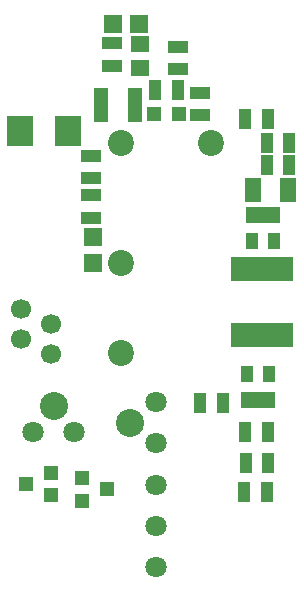
<source format=gts>
G04 #@! TF.GenerationSoftware,KiCad,Pcbnew,5.0.0-fee4fd1~66~ubuntu18.04.1*
G04 #@! TF.CreationDate,2019-02-11T21:46:51-05:00*
G04 #@! TF.ProjectId,IMD_v1,494D445F76312E6B696361645F706362,rev?*
G04 #@! TF.SameCoordinates,Original*
G04 #@! TF.FileFunction,Soldermask,Top*
G04 #@! TF.FilePolarity,Negative*
%FSLAX46Y46*%
G04 Gerber Fmt 4.6, Leading zero omitted, Abs format (unit mm)*
G04 Created by KiCad (PCBNEW 5.0.0-fee4fd1~66~ubuntu18.04.1) date Mon Feb 11 21:46:51 2019*
%MOMM*%
%LPD*%
G01*
G04 APERTURE LIST*
%ADD10C,2.200000*%
%ADD11R,1.650000X1.400000*%
%ADD12R,1.400000X2.000000*%
%ADD13R,2.178000X2.559000*%
%ADD14R,1.600000X1.600000*%
%ADD15R,1.200000X1.300000*%
%ADD16R,1.300000X2.900000*%
%ADD17C,1.700000*%
%ADD18C,1.797000*%
%ADD19C,2.381000*%
%ADD20R,1.300000X1.200000*%
%ADD21R,1.700000X1.100000*%
%ADD22R,1.100000X1.700000*%
%ADD23R,1.050000X1.460000*%
%ADD24R,0.750000X2.000000*%
G04 APERTURE END LIST*
D10*
G04 #@! TO.C,K1*
X104013000Y-69977000D03*
X104013000Y-80137000D03*
X104013000Y-87757000D03*
X111633000Y-69977000D03*
G04 #@! TD*
D11*
G04 #@! TO.C,C1*
X105600500Y-63595000D03*
X105600500Y-61595000D03*
G04 #@! TD*
D12*
G04 #@! TO.C,C2*
X118149500Y-73977500D03*
X115149500Y-73977500D03*
G04 #@! TD*
D13*
G04 #@! TO.C,D1*
X95440500Y-68961000D03*
X99504500Y-68961000D03*
G04 #@! TD*
D14*
G04 #@! TO.C,D2*
X105473500Y-59880500D03*
X103273500Y-59880500D03*
G04 #@! TD*
D15*
G04 #@! TO.C,D3*
X108907000Y-67500500D03*
X106807000Y-67500500D03*
G04 #@! TD*
D14*
G04 #@! TO.C,D4*
X101600000Y-77978000D03*
X101600000Y-80178000D03*
G04 #@! TD*
D16*
G04 #@! TO.C,F1*
X102256000Y-66738500D03*
X105156000Y-66738500D03*
G04 #@! TD*
D17*
G04 #@! TO.C,J1*
X95504000Y-86614000D03*
X95504000Y-84074000D03*
X98044000Y-85344000D03*
X98044000Y-87884000D03*
G04 #@! TD*
D18*
G04 #@! TO.C,J2*
X96520000Y-94488000D03*
X100020000Y-94488000D03*
D19*
X98270000Y-92258000D03*
G04 #@! TD*
D20*
G04 #@! TO.C,Q1*
X102777000Y-99314000D03*
X100677000Y-100264000D03*
X100677000Y-98364000D03*
G04 #@! TD*
G04 #@! TO.C,Q2*
X98078000Y-99819500D03*
X98078000Y-97919500D03*
X95978000Y-98869500D03*
G04 #@! TD*
D21*
G04 #@! TO.C,R1*
X103251000Y-61531500D03*
X103251000Y-63431500D03*
G04 #@! TD*
D22*
G04 #@! TO.C,R2*
X106870500Y-65468500D03*
X108770500Y-65468500D03*
G04 #@! TD*
D21*
G04 #@! TO.C,R3*
X108839000Y-63751500D03*
X108839000Y-61851500D03*
G04 #@! TD*
G04 #@! TO.C,R4*
X110680500Y-67625000D03*
X110680500Y-65725000D03*
G04 #@! TD*
D22*
G04 #@! TO.C,R5*
X116393000Y-67945000D03*
X114493000Y-67945000D03*
G04 #@! TD*
G04 #@! TO.C,R6*
X114432000Y-99568000D03*
X116332000Y-99568000D03*
G04 #@! TD*
G04 #@! TO.C,R7*
X114495500Y-94488000D03*
X116395500Y-94488000D03*
G04 #@! TD*
G04 #@! TO.C,R8*
X118234500Y-69977000D03*
X116334500Y-69977000D03*
G04 #@! TD*
G04 #@! TO.C,R9*
X112585500Y-92011500D03*
X110685500Y-92011500D03*
G04 #@! TD*
G04 #@! TO.C,R10*
X116334500Y-71882000D03*
X118234500Y-71882000D03*
G04 #@! TD*
D21*
G04 #@! TO.C,R11*
X101409500Y-71056500D03*
X101409500Y-72956500D03*
G04 #@! TD*
G04 #@! TO.C,R12*
X101409500Y-76322000D03*
X101409500Y-74422000D03*
G04 #@! TD*
D22*
G04 #@! TO.C,R13*
X116459000Y-97091500D03*
X114559000Y-97091500D03*
G04 #@! TD*
D18*
G04 #@! TO.C,U1*
X106934000Y-95405000D03*
X106934000Y-91905000D03*
D19*
X104704000Y-93655000D03*
D18*
X106934000Y-98905000D03*
X106934000Y-102405000D03*
X106934000Y-105905000D03*
G04 #@! TD*
D23*
G04 #@! TO.C,U2*
X114622500Y-89557500D03*
X116522500Y-89557500D03*
X116522500Y-91757500D03*
X115572500Y-91757500D03*
X114622500Y-91757500D03*
G04 #@! TD*
G04 #@! TO.C,U3*
X116964500Y-76052500D03*
X116014500Y-76052500D03*
X115064500Y-76052500D03*
X115064500Y-78252500D03*
X116964500Y-78252500D03*
G04 #@! TD*
D24*
G04 #@! TO.C,U4*
X113676000Y-86239000D03*
X114326000Y-86239000D03*
X114976000Y-86239000D03*
X115626000Y-86239000D03*
X116276000Y-86239000D03*
X116926000Y-86239000D03*
X117576000Y-86239000D03*
X118226000Y-86239000D03*
X118226000Y-80639000D03*
X117576000Y-80639000D03*
X116926000Y-80639000D03*
X116276000Y-80639000D03*
X115626000Y-80639000D03*
X114976000Y-80639000D03*
X114326000Y-80639000D03*
X113676000Y-80639000D03*
G04 #@! TD*
M02*

</source>
